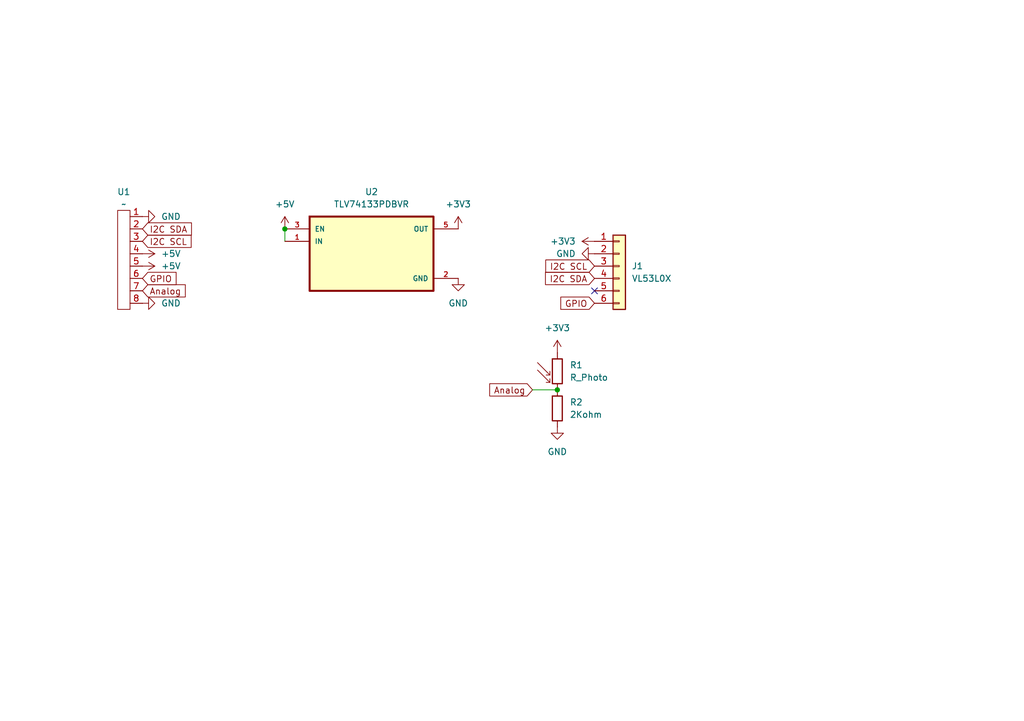
<source format=kicad_sch>
(kicad_sch (version 20250114) (generator "eeschema") (generator_version "9.0")
  (paper "A5")
  (lib_symbols
    (symbol "Connector_Generic:Conn_01x06" (pin_names (offset 1.016) (hide yes))
      (property "Reference" "J" (at 0 7.62 0))
      (property "Value" "Conn_01x06" (at 0 -10.16 0))
      (symbol "Conn_01x06_1_1"
        (rectangle (start -1.27 6.35) (end 1.27 -8.89) (stroke (width 0.254)) (fill (type background)))
        (rectangle (start -1.27 5.207) (end 0 4.953) (stroke (width 0.1524)))
        (rectangle (start -1.27 2.667) (end 0 2.413) (stroke (width 0.1524)))
        (rectangle (start -1.27 0.127) (end 0 -0.127) (stroke (width 0.1524)))
        (rectangle (start -1.27 -2.413) (end 0 -2.667) (stroke (width 0.1524)))
        (rectangle (start -1.27 -4.953) (end 0 -5.207) (stroke (width 0.1524)))
        (rectangle (start -1.27 -7.493) (end 0 -7.747) (stroke (width 0.1524)))
        (pin passive line (at -5.08 5.08 0) (length 3.81) (name "Pin_1") (number "1"))
        (pin passive line (at -5.08 2.54 0) (length 3.81) (name "Pin_2") (number "2"))
        (pin passive line (at -5.08 0 0) (length 3.81) (name "Pin_3") (number "3"))
        (pin passive line (at -5.08 -2.54 0) (length 3.81) (name "Pin_4") (number "4"))
        (pin passive line (at -5.08 -5.08 0) (length 3.81) (name "Pin_5") (number "5"))
        (pin passive line (at -5.08 -7.62 0) (length 3.81) (name "Pin_6") (number "6"))
      )
    )
    (symbol "Device:R" (pin_numbers (hide yes)) (pin_names (offset 0))
      (property "Reference" "R" (at 2.032 0 90))
      (property "Value" "R" (at 0 0 90))
      (symbol "R_0_1"
        (rectangle (start -1.016 -2.54) (end 1.016 2.54) (stroke (width 0.254)))
      )
      (symbol "R_1_1"
        (pin passive line (at 0 3.81 270) (length 1.27) (name "~") (number "1"))
        (pin passive line (at 0 -3.81 90) (length 1.27) (name "~") (number "2"))
      )
    )
    (symbol "Device:R_Photo" (pin_numbers (hide yes)) (pin_names (offset 0))
      (property "Reference" "R" (at 1.27 1.27 0))
      (property "Value" "R_Photo" (at 1.27 0 0))
      (symbol "R_Photo_0_1"
        (polyline (pts (xy -1.524 -0.762) (xy -4.064 1.778)))
        (polyline (pts (xy -1.524 -0.762) (xy -2.286 -0.762)))
        (polyline (pts (xy -1.524 -0.762) (xy -1.524 0)))
        (polyline (pts (xy -1.524 -2.286) (xy -4.064 0.254)))
        (polyline (pts (xy -1.524 -2.286) (xy -2.286 -2.286)))
        (polyline (pts (xy -1.524 -2.286) (xy -1.524 -1.524)))
        (rectangle (start -1.016 2.54) (end 1.016 -2.54) (stroke (width 0.254)))
      )
      (symbol "R_Photo_1_1"
        (pin passive line (at 0 3.81 270) (length 1.27) (name "~") (number "1"))
        (pin passive line (at 0 -3.81 90) (length 1.27) (name "~") (number "2"))
      )
    )
    (symbol "FFC:8P_FFC_0.5mm"
      (property "Reference" "U" (at 0 11.43 0))
      (symbol "8P_FFC_0.5mm_0_1"
        (rectangle (start -1.27 10.16) (end 1.27 -10.16))
      )
      (symbol "8P_FFC_0.5mm_1_1"
        (pin input line (at 3.81 8.89 180) (length 2.54) (name "") (number "1"))
        (pin input line (at 3.81 6.35 180) (length 2.54) (name "") (number "2"))
        (pin input line (at 3.81 3.81 180) (length 2.54) (name "") (number "3"))
        (pin input line (at 3.81 1.27 180) (length 2.54) (name "") (number "4"))
        (pin input line (at 3.81 -1.27 180) (length 2.54) (name "") (number "5"))
        (pin input line (at 3.81 -3.81 180) (length 2.54) (name "") (number "6"))
        (pin input line (at 3.81 -6.35 180) (length 2.54) (name "") (number "7"))
        (pin input line (at 3.81 -8.89 180) (length 2.54) (name "") (number "8"))
      )
    )
    (symbol "TLV 3V3 Regulator:TLV74133PDBVR" (pin_names (offset 1.016))
      (property "Reference" "U" (at -12.7 8.62 0))
      (property "Value" "TLV74133PDBVR" (at -12.7 -11.62 0))
      (symbol "TLV74133PDBVR_0_0"
        (rectangle (start -12.7 -7.62) (end 12.7 7.62) (stroke (width 0.41)) (fill (type background)))
        (pin input line (at -17.78 5.08 0) (length 5.08) (name "EN") (number "3"))
        (pin input line (at -17.78 2.54 0) (length 5.08) (name "IN") (number "1"))
        (pin output line (at 17.78 5.08 180) (length 5.08) (name "OUT") (number "5"))
        (pin power_in line (at 17.78 -5.08 180) (length 5.08) (name "GND") (number "2"))
      )
    )
    (symbol "power:+3V3" (power) (pin_numbers (hide yes)) (pin_names (offset 0) (hide yes))
      (property "Value" "+3V3" (at 0 3.556 0))
      (symbol "+3V3_0_1"
        (polyline (pts (xy -0.762 1.27) (xy 0 2.54)))
        (polyline (pts (xy 0 2.54) (xy 0.762 1.27)))
        (polyline (pts (xy 0 0) (xy 0 2.54)))
      )
      (symbol "+3V3_1_1"
        (pin power_in line (at 0 0 90) (length 0) (name "~") (number "1"))
      )
    )
    (symbol "power:+5V" (power) (pin_numbers (hide yes)) (pin_names (offset 0) (hide yes))
      (property "Value" "+5V" (at 0 3.556 0))
      (symbol "+5V_0_1"
        (polyline (pts (xy -0.762 1.27) (xy 0 2.54)))
        (polyline (pts (xy 0 2.54) (xy 0.762 1.27)))
        (polyline (pts (xy 0 0) (xy 0 2.54)))
      )
      (symbol "+5V_1_1"
        (pin power_in line (at 0 0 90) (length 0) (name "~") (number "1"))
      )
    )
    (symbol "power:GND" (power) (pin_numbers (hide yes)) (pin_names (offset 0) (hide yes))
      (property "Value" "GND" (at 0 -3.81 0))
      (symbol "GND_0_1"
        (polyline (pts (xy 0 0) (xy 0 -1.27) (xy 1.27 -1.27) (xy 0 -2.54) (xy -1.27 -1.27) (xy 0 -1.27)))
      )
      (symbol "GND_1_1"
        (pin power_in line (at 0 0 270) (length 0) (name "~") (number "1"))
      )
    )
  )
  (junction (at 58.42 46.99))
  (junction (at 114.3 80.01))
  (no_connect (at 121.92 59.69))
  (wire (pts (xy 58.42 46.99) (xy 58.42 49.53)))
  (wire (pts (xy 109.22 80.01) (xy 114.3 80.01)))
  (global_label "I2C SDA" (shape input) (at 29.21 46.99 0) (property "Intersheetrefs" "${INTERSHEET_REFS}" (effects (hide yes))))
  (global_label "Analog" (shape input) (at 29.21 59.69 0) (property "Intersheetrefs" "${INTERSHEET_REFS}" (effects (hide yes))))
  (global_label "Analog" (shape input) (at 109.22 80.01 180) (property "Intersheetrefs" "${INTERSHEET_REFS}" (effects (hide yes))))
  (global_label "I2C SCL" (shape input) (at 29.21 49.53 0) (property "Intersheetrefs" "${INTERSHEET_REFS}" (effects (hide yes))))
  (global_label "GPIO" (shape input) (at 29.21 57.15 0) (property "Intersheetrefs" "${INTERSHEET_REFS}" (effects (hide yes))))
  (global_label "GPIO" (shape input) (at 121.92 62.23 180) (property "Intersheetrefs" "${INTERSHEET_REFS}" (effects (hide yes))))
  (global_label "I2C SCL" (shape input) (at 121.92 54.61 180) (property "Intersheetrefs" "${INTERSHEET_REFS}" (effects (hide yes))))
  (global_label "I2C SDA" (shape input) (at 121.92 57.15 180) (property "Intersheetrefs" "${INTERSHEET_REFS}" (effects (hide yes))))
  (symbol (lib_id "Device:R") (at 114.3 83.82 0) (unit 1)
    (property "Reference" "R2" (at 116.84 82.5499 0) (effects (justify left)))
    (property "Value" "2Kohm" (at 116.84 85.0899 0) (effects (justify left)))
    (property "Footprint" "Resistor_SMD:R_0603_1608Metric_Pad0.98x0.95mm_HandSolder" (effects (hide yes)))
    (property "Description" "Resistor" (effects (hide yes)))
  )
  (symbol (lib_id "power:+3V3") (at 93.98 46.99 0) (unit 1)
    (property "Reference" "#PWR08" (effects (hide yes)))
    (property "Value" "+3V3" (at 93.98 41.91 0))
    (property "Description" "Power symbol creates a global label with name \"+3V3\"" (effects (hide yes)))
  )
  (symbol (lib_id "power:GND") (at 114.3 87.63 0) (unit 1)
    (property "Reference" "#PWR011" (effects (hide yes)))
    (property "Value" "GND" (at 114.3 92.71 0))
    (property "Description" "Power symbol creates a global label with name \"GND\" , ground" (effects (hide yes)))
  )
  (symbol (lib_id "TLV 3V3 Regulator:TLV74133PDBVR") (at 76.2 52.07 0) (unit 1)
    (property "Reference" "U2" (at 76.2 39.37 0))
    (property "Value" "TLV74133PDBVR" (at 76.2 41.91 0))
    (property "Footprint" "TLV 3V3 Regulator:SOT95P280X145-5N" (effects (hide yes)))
    (property "MF" "Texas Instruments" (effects (hide yes)))
    (property "Description_1" "150-mA low-dropout (LDO) voltage regulator with active output discharge and enable" (effects (hide yes)))
    (property "Package" "SOT-23-5 Texas Instruments" (effects (hide yes)))
    (property "Price" "None" (effects (hide yes)))
    (property "SnapEDA_Link" "https://www.snapeda.com/parts/TLV74133PDBVR/Texas+Instruments/view-part/?ref=snap" (effects (hide yes)))
    (property "MP" "TLV74133PDBVR" (effects (hide yes)))
    (property "Availability" "In Stock" (effects (hide yes)))
    (property "Check_prices" "https://www.snapeda.com/parts/TLV74133PDBVR/Texas+Instruments/view-part/?ref=eda" (effects (hide yes)))
  )
  (symbol (lib_id "power:+3V3") (at 114.3 72.39 0) (unit 1)
    (property "Reference" "#PWR010" (effects (hide yes)))
    (property "Value" "+3V3" (at 114.3 67.31 0))
    (property "Description" "Power symbol creates a global label with name \"+3V3\"" (effects (hide yes)))
  )
  (symbol (lib_id "Connector_Generic:Conn_01x06") (at 127 54.61 0) (unit 1)
    (property "Reference" "J1" (at 129.54 54.6099 0) (effects (justify left)))
    (property "Value" "VL53L0X" (at 129.54 57.1499 0) (effects (justify left)))
    (property "Footprint" "Connector_PinHeader_2.54mm:PinHeader_1x06_P2.54mm_Vertical" (effects (hide yes)))
    (property "Description" "Generic connector, single row, 01x06, script generated (kicad-library-utils/schlib/autogen/connector/)" (effects (hide yes)))
  )
  (symbol (lib_id "FFC:8P_FFC_0.5mm") (at 25.4 53.34 0) (unit 1)
    (property "Reference" "U1" (at 25.4 39.37 0))
    (property "Value" "~" (at 25.4 41.91 0))
    (property "Footprint" "FFC:FFC 0.8mm 8P" (effects (hide yes)))
  )
  (symbol (lib_id "power:+3V3") (at 121.92 49.53 90) (unit 1)
    (property "Reference" "#PWR06" (effects (hide yes)))
    (property "Value" "+3V3" (at 118.11 49.5299 90) (effects (justify left)))
    (property "Description" "Power symbol creates a global label with name \"+3V3\"" (effects (hide yes)))
  )
  (symbol (lib_id "Device:R_Photo") (at 114.3 76.2 0) (unit 1)
    (property "Reference" "R1" (at 116.84 74.9299 0) (effects (justify left)))
    (property "Value" "R_Photo" (at 116.84 77.4699 0) (effects (justify left)))
    (property "Footprint" "OptoDevice:R_LDR_5.1x4.3mm_P3.4mm_Vertical" (effects (hide yes)))
    (property "Description" "Photoresistor" (effects (hide yes)))
  )
  (symbol (lib_id "power:+5V") (at 29.21 54.61 270) (unit 1)
    (property "Reference" "#PWR04" (effects (hide yes)))
    (property "Value" "+5V" (at 33.02 54.6099 90) (effects (justify left)))
    (property "Description" "Power symbol creates a global label with name \"+5V\"" (effects (hide yes)))
  )
  (symbol (lib_id "power:GND") (at 121.92 52.07 270) (unit 1)
    (property "Reference" "#PWR05" (effects (hide yes)))
    (property "Value" "GND" (at 118.11 52.0699 90) (effects (justify right)))
    (property "Description" "Power symbol creates a global label with name \"GND\" , ground" (effects (hide yes)))
  )
  (symbol (lib_id "power:GND") (at 29.21 62.23 90) (unit 1)
    (property "Reference" "#PWR02" (effects (hide yes)))
    (property "Value" "GND" (at 33.02 62.2299 90) (effects (justify right)))
    (property "Description" "Power symbol creates a global label with name \"GND\" , ground" (effects (hide yes)))
  )
  (symbol (lib_id "power:+5V") (at 58.42 46.99 0) (unit 1)
    (property "Reference" "#PWR09" (effects (hide yes)))
    (property "Value" "+5V" (at 58.42 41.91 0))
    (property "Description" "Power symbol creates a global label with name \"+5V\"" (effects (hide yes)))
  )
  (symbol (lib_id "power:GND") (at 29.21 44.45 90) (unit 1)
    (property "Reference" "#PWR01" (effects (hide yes)))
    (property "Value" "GND" (at 33.02 44.4499 90) (effects (justify right)))
    (property "Description" "Power symbol creates a global label with name \"GND\" , ground" (effects (hide yes)))
  )
  (symbol (lib_id "power:+5V") (at 29.21 52.07 270) (unit 1)
    (property "Reference" "#PWR03" (effects (hide yes)))
    (property "Value" "+5V" (at 33.02 52.0699 90) (effects (justify left)))
    (property "Description" "Power symbol creates a global label with name \"+5V\"" (effects (hide yes)))
  )
  (symbol (lib_id "power:GND") (at 93.98 57.15 0) (unit 1)
    (property "Reference" "#PWR07" (effects (hide yes)))
    (property "Value" "GND" (at 93.98 62.23 0))
    (property "Description" "Power symbol creates a global label with name \"GND\" , ground" (effects (hide yes)))
  )
)
</source>
